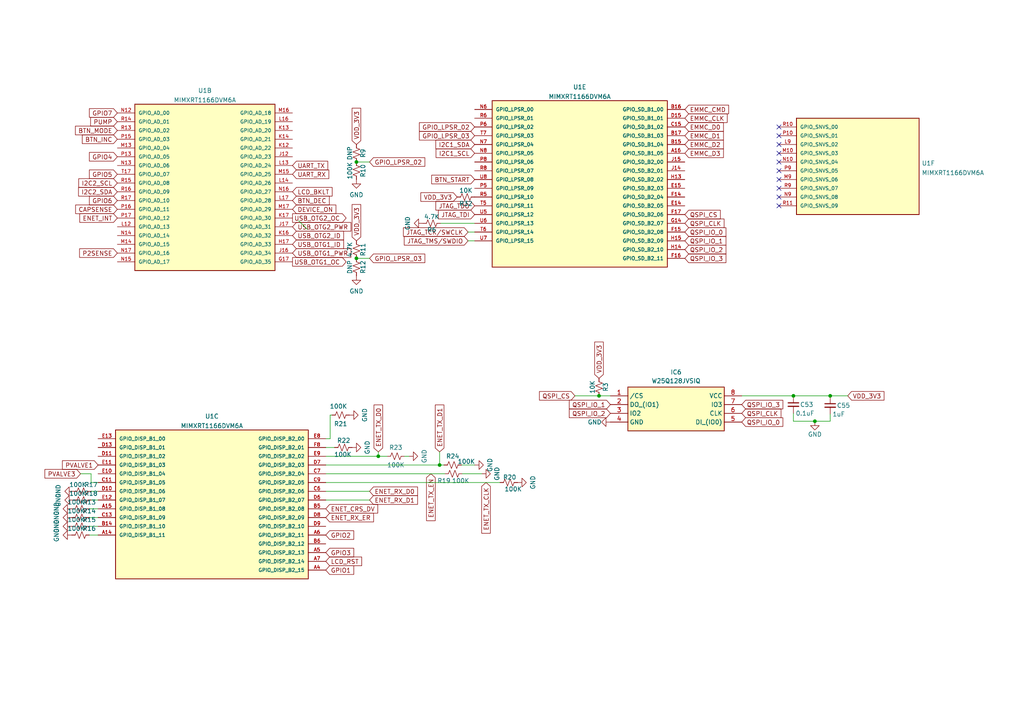
<source format=kicad_sch>
(kicad_sch (version 20230121) (generator eeschema)
  (paper "A4")
  (lib_symbols
    (symbol "Device:C_Small" (pin_numbers hide) (pin_names (offset 0.254) hide)
      (property "Reference" "C" (at 0.254 1.778 0))
      (property "Value" "C_Small" (at 0.254 -2.032 0))
      (symbol "C_Small_0_1"
        (polyline (pts (xy -1.524 -0.508) (xy 1.524 -0.508)) (stroke (width 0.3302)))
        (polyline (pts (xy -1.524 0.508) (xy 1.524 0.508)) (stroke (width 0.3048)))
      )
      (symbol "C_Small_1_1"
        (pin passive line (at 0 2.54 270) (length 2.032) (name "~") (number "1"))
        (pin passive line (at 0 -2.54 90) (length 2.032) (name "~") (number "2"))
      )
    )
    (symbol "Device:R_Small_US" (pin_numbers hide) (pin_names (offset 0.254) hide)
      (property "Reference" "R" (at 0.762 0.508 0))
      (property "Value" "R_Small_US" (at 0.762 -1.016 0))
      (symbol "R_Small_US_1_1"
        (polyline (pts (xy 0 0) (xy 1.016 -0.381) (xy 0 -0.762) (xy -1.016 -1.143) (xy 0 -1.524)))
        (polyline (pts (xy 0 1.524) (xy 1.016 1.143) (xy 0 0.762) (xy -1.016 0.381) (xy 0 0)))
        (pin passive line (at 0 2.54 270) (length 1.016) (name "~") (number "1"))
        (pin passive line (at 0 -2.54 90) (length 1.016) (name "~") (number "2"))
      )
    )
    (symbol "MIMXRT1166DVM6A:MIMXRT1166DVM6A" (pin_names (offset 1.016))
      (property "Reference" "U" (at -27.94 41.91 0))
      (property "Value" "MIMXRT1166DVM6A" (at -27.94 -41.91 0))
      (symbol "MIMXRT1166DVM6A_1_0"
        (rectangle (start -27.94 -40.64) (end 27.94 40.64) (stroke (width 0.254)) (fill (type background)))
        (pin power_in line (at 33.02 -38.1 180) (length 5.08) (name "VSS") (number "A1"))
        (pin power_in line (at 33.02 -38.1 180) (length 5.08) (name "VSS") (number "A17"))
        (pin power_in line (at 33.02 -38.1 180) (length 5.08) (name "VSS") (number "B7"))
        (pin power_in line (at 33.02 -38.1 180) (length 5.08) (name "VSS") (number "C10"))
        (pin power_in line (at 33.02 -38.1 180) (length 5.08) (name "VSS") (number "C12"))
        (pin power_in line (at 33.02 -38.1 180) (length 5.08) (name "VSS") (number "C14"))
        (pin power_in line (at 33.02 -38.1 180) (length 5.08) (name "VSS") (number "C8"))
        (pin power_in line (at 33.02 35.56 180) (length 5.08) (name "NVCC_DISP1") (number "D12"))
        (pin power_in line (at 33.02 20.32 180) (length 5.08) (name "NVCC_SD1") (number "D14"))
        (pin power_in line (at 33.02 -38.1 180) (length 5.08) (name "VSS") (number "D4"))
        (pin power_in line (at 33.02 33.02 180) (length 5.08) (name "NVCC_DISP2") (number "E7"))
        (pin power_in line (at 33.02 5.08 180) (length 5.08) (name "VDD_MIPI_1P0") (number "F10"))
        (pin power_in line (at 33.02 -38.1 180) (length 5.08) (name "VSS") (number "F11"))
        (pin power_in line (at 33.02 -38.1 180) (length 5.08) (name "VSS") (number "F12"))
        (pin power_in line (at 33.02 -38.1 180) (length 5.08) (name "VSS") (number "F13"))
        (pin power_in line (at 33.02 30.48 180) (length 5.08) (name "NVCC_EMC1") (number "F6"))
        (pin power_in line (at 33.02 30.48 180) (length 5.08) (name "NVCC_EMC1") (number "F7"))
        (pin power_in line (at 33.02 2.54 180) (length 5.08) (name "VDD_MIPI_1P8") (number "F9"))
        (pin power_in line (at 33.02 -38.1 180) (length 5.08) (name "VSS") (number "G10"))
        (pin power_in line (at 33.02 -38.1 180) (length 5.08) (name "VSS") (number "G11"))
        (pin power_in line (at 33.02 -12.7 180) (length 5.08) (name "VDD_USB_3P3") (number "G12"))
        (pin power_in line (at 33.02 17.78 180) (length 5.08) (name "NVCC_SD2") (number "G13"))
        (pin power_in line (at 33.02 -38.1 180) (length 5.08) (name "VSS") (number "G15"))
        (pin power_in line (at 33.02 38.1 180) (length 5.08) (name "ADC_VREFH") (number "G16"))
        (pin power_in line (at 33.02 -38.1 180) (length 5.08) (name "VSS") (number "G3"))
        (pin power_in line (at 33.02 30.48 180) (length 5.08) (name "NVCC_EMC1") (number "G6"))
        (pin power_in line (at 33.02 -38.1 180) (length 5.08) (name "VSS") (number "G7"))
        (pin power_in line (at 33.02 -38.1 180) (length 5.08) (name "VSS") (number "G8"))
        (pin power_in line (at 33.02 -38.1 180) (length 5.08) (name "VSS") (number "G9"))
        (pin power_in line (at 33.02 -7.62 180) (length 5.08) (name "VDD_SOC_IN") (number "H10"))
        (pin power_in line (at 33.02 -38.1 180) (length 5.08) (name "VSS") (number "H11"))
        (pin power_in line (at 33.02 -10.16 180) (length 5.08) (name "VDD_USB_1P8") (number "H12"))
        (pin power_in line (at 33.02 27.94 180) (length 5.08) (name "NVCC_EMC2") (number "H6"))
        (pin power_in line (at 33.02 -38.1 180) (length 5.08) (name "VSS") (number "H7"))
        (pin power_in line (at 33.02 -7.62 180) (length 5.08) (name "VDD_SOC_IN") (number "H8"))
        (pin power_in line (at 33.02 -7.62 180) (length 5.08) (name "VDD_SOC_IN") (number "H9"))
        (pin power_in line (at 33.02 -7.62 180) (length 5.08) (name "VDD_SOC_IN") (number "J10"))
        (pin power_in line (at 33.02 -38.1 180) (length 5.08) (name "VSS") (number "J11"))
        (pin power_in line (at 33.02 -22.86 180) (length 5.08) (name "VDDA_ADC_3P3") (number "J13"))
        (pin power_in line (at 33.02 27.94 180) (length 5.08) (name "NVCC_EMC2") (number "J6"))
        (pin power_in line (at 33.02 -38.1 180) (length 5.08) (name "VSS") (number "J7"))
        (pin power_in line (at 33.02 -7.62 180) (length 5.08) (name "VDD_SOC_IN") (number "J8"))
        (pin power_in line (at 33.02 -7.62 180) (length 5.08) (name "VDD_SOC_IN") (number "J9"))
        (pin power_in line (at 33.02 -7.62 180) (length 5.08) (name "VDD_SOC_IN") (number "K10"))
        (pin power_in line (at 33.02 -38.1 180) (length 5.08) (name "VSS") (number "K11"))
        (pin power_in line (at 33.02 -20.32 180) (length 5.08) (name "VDDA_ADC_1P8") (number "K15"))
        (pin power_in line (at 33.02 -35.56 180) (length 5.08) (name "DCDC_GND") (number "K6"))
        (pin power_in line (at 33.02 -35.56 180) (length 5.08) (name "DCDC_GND") (number "K7"))
        (pin power_in line (at 33.02 -38.1 180) (length 5.08) (name "VSS") (number "L10"))
        (pin power_in line (at 33.02 -38.1 180) (length 5.08) (name "VSS") (number "L11"))
        (pin power_in line (at 33.02 -38.1 180) (length 5.08) (name "VSS") (number "L15"))
        (pin power_in line (at 33.02 -38.1 180) (length 5.08) (name "VSS") (number "L3"))
        (pin power_in line (at 33.02 -35.56 180) (length 5.08) (name "DCDC_GND") (number "L6"))
        (pin power_in line (at 33.02 -17.78 180) (length 5.08) (name "VDDA_1P8_IN") (number "M11"))
        (pin power_in line (at 33.02 25.4 180) (length 5.08) (name "NVCC_GPIO") (number "M12"))
        (pin power_in line (at 33.02 -15.24 180) (length 5.08) (name "VDDA_1P0") (number "N11"))
        (pin input line (at -33.02 -27.94 0) (length 5.08) (name "DCDC_MODE") (number "N4"))
        (pin power_in line (at 33.02 10.16 180) (length 5.08) (name "VDD_LPSR_DIG") (number "P11"))
        (pin power_in line (at 33.02 12.7 180) (length 5.08) (name "VDD_LPSR_ANA") (number "P12"))
        (pin power_in line (at 33.02 -38.1 180) (length 5.08) (name "VSS") (number "P14"))
        (pin input line (at -33.02 -30.48 0) (length 5.08) (name "DCDC_PSWITCH") (number "P3"))
        (pin power_in line (at 33.02 -38.1 180) (length 5.08) (name "VSS") (number "P4"))
        (pin power_in line (at 33.02 22.86 180) (length 5.08) (name "NVCC_LPSR") (number "P7"))
        (pin power_in line (at 33.02 7.62 180) (length 5.08) (name "VDD_LPSR_IN") (number "R12"))
        (pin power_in line (at 33.02 -38.1 180) (length 5.08) (name "VSS") (number "R4"))
        (pin power_in line (at 33.02 -38.1 180) (length 5.08) (name "VSS") (number "R7"))
        (pin power_in line (at 33.02 -38.1 180) (length 5.08) (name "VSS") (number "T12"))
        (pin power_in line (at 33.02 -2.54 180) (length 5.08) (name "VDD_SNVS_DIG") (number "T14"))
        (pin power_in line (at 33.02 -38.1 180) (length 5.08) (name "VSS") (number "U1"))
        (pin power_in line (at 33.02 15.24 180) (length 5.08) (name "NVCC_SNVS") (number "U11"))
        (pin power_in line (at 33.02 -5.08 180) (length 5.08) (name "VDD_SNVS_IN") (number "U12"))
        (pin power_in line (at 33.02 0 180) (length 5.08) (name "VDD_SNVS_ANA") (number "U14"))
        (pin power_in line (at 33.02 -38.1 180) (length 5.08) (name "VSS") (number "U17"))
      )
      (symbol "MIMXRT1166DVM6A_2_0"
        (rectangle (start -20.32 -25.4) (end 20.32 22.86) (stroke (width 0.254)) (fill (type background)))
        (pin bidirectional line (at 25.4 -22.86 180) (length 5.08) (name "GPIO_AD_35") (number "G17"))
        (pin bidirectional line (at 25.4 -17.78 180) (length 5.08) (name "GPIO_AD_33") (number "H17"))
        (pin bidirectional line (at 25.4 7.62 180) (length 5.08) (name "GPIO_AD_23") (number "J12"))
        (pin bidirectional line (at 25.4 -20.32 180) (length 5.08) (name "GPIO_AD_34") (number "J16"))
        (pin bidirectional line (at 25.4 -12.7 180) (length 5.08) (name "GPIO_AD_31") (number "J17"))
        (pin bidirectional line (at 25.4 10.16 180) (length 5.08) (name "GPIO_AD_22") (number "K12"))
        (pin bidirectional line (at 25.4 15.24 180) (length 5.08) (name "GPIO_AD_20") (number "K13"))
        (pin bidirectional line (at 25.4 12.7 180) (length 5.08) (name "GPIO_AD_21") (number "K14"))
        (pin bidirectional line (at 25.4 -15.24 180) (length 5.08) (name "GPIO_AD_32") (number "K16"))
        (pin bidirectional line (at 25.4 -10.16 180) (length 5.08) (name "GPIO_AD_30") (number "K17"))
        (pin bidirectional line (at -25.4 -12.7 0) (length 5.08) (name "GPIO_AD_13") (number "L12"))
        (pin bidirectional line (at 25.4 5.08 180) (length 5.08) (name "GPIO_AD_24") (number "L13"))
        (pin bidirectional line (at 25.4 0 180) (length 5.08) (name "GPIO_AD_26") (number "L14"))
        (pin bidirectional line (at 25.4 17.78 180) (length 5.08) (name "GPIO_AD_19") (number "L16"))
        (pin bidirectional line (at 25.4 -5.08 180) (length 5.08) (name "GPIO_AD_28") (number "L17"))
        (pin bidirectional line (at -25.4 10.16 0) (length 5.08) (name "GPIO_AD_04") (number "M13"))
        (pin bidirectional line (at -25.4 -17.78 0) (length 5.08) (name "GPIO_AD_15") (number "M14"))
        (pin bidirectional line (at 25.4 2.54 180) (length 5.08) (name "GPIO_AD_25") (number "M15"))
        (pin bidirectional line (at 25.4 20.32 180) (length 5.08) (name "GPIO_AD_18") (number "M16"))
        (pin bidirectional line (at 25.4 -7.62 180) (length 5.08) (name "GPIO_AD_29") (number "M17"))
        (pin bidirectional line (at -25.4 20.32 0) (length 5.08) (name "GPIO_AD_00") (number "N12"))
        (pin bidirectional line (at -25.4 5.08 0) (length 5.08) (name "GPIO_AD_06") (number "N13"))
        (pin bidirectional line (at -25.4 -15.24 0) (length 5.08) (name "GPIO_AD_14") (number "N14"))
        (pin bidirectional line (at -25.4 -22.86 0) (length 5.08) (name "GPIO_AD_17") (number "N15"))
        (pin bidirectional line (at 25.4 -2.54 180) (length 5.08) (name "GPIO_AD_27") (number "N16"))
        (pin bidirectional line (at -25.4 -20.32 0) (length 5.08) (name "GPIO_AD_16") (number "N17"))
        (pin bidirectional line (at -25.4 7.62 0) (length 5.08) (name "GPIO_AD_05") (number "P13"))
        (pin bidirectional line (at -25.4 12.7 0) (length 5.08) (name "GPIO_AD_03") (number "P15"))
        (pin bidirectional line (at -25.4 -7.62 0) (length 5.08) (name "GPIO_AD_11") (number "P16"))
        (pin bidirectional line (at -25.4 -10.16 0) (length 5.08) (name "GPIO_AD_12") (number "P17"))
        (pin bidirectional line (at -25.4 15.24 0) (length 5.08) (name "GPIO_AD_02") (number "R13"))
        (pin bidirectional line (at -25.4 17.78 0) (length 5.08) (name "GPIO_AD_01") (number "R14"))
        (pin bidirectional line (at -25.4 0 0) (length 5.08) (name "GPIO_AD_08") (number "R15"))
        (pin bidirectional line (at -25.4 -2.54 0) (length 5.08) (name "GPIO_AD_09") (number "R16"))
        (pin bidirectional line (at -25.4 -5.08 0) (length 5.08) (name "GPIO_AD_10") (number "R17"))
        (pin bidirectional line (at -25.4 2.54 0) (length 5.08) (name "GPIO_AD_07") (number "T17"))
      )
      (symbol "MIMXRT1166DVM6A_3_0"
        (rectangle (start -27.94 -22.86) (end 27.94 20.32) (stroke (width 0.254)) (fill (type background)))
        (pin bidirectional line (at -33.02 -10.16 0) (length 5.08) (name "GPIO_DISP_B1_11") (number "A14"))
        (pin bidirectional line (at -33.02 -2.54 0) (length 5.08) (name "GPIO_DISP_B1_08") (number "A15"))
        (pin bidirectional line (at 33.02 -20.32 180) (length 5.08) (name "GPIO_DISP_B2_15") (number "A4"))
        (pin bidirectional line (at 33.02 -15.24 180) (length 5.08) (name "GPIO_DISP_B2_13") (number "A5"))
        (pin bidirectional line (at 33.02 -10.16 180) (length 5.08) (name "GPIO_DISP_B2_11") (number "A6"))
        (pin bidirectional line (at 33.02 -17.78 180) (length 5.08) (name "GPIO_DISP_B2_14") (number "A7"))
        (pin bidirectional line (at -33.02 -7.62 0) (length 5.08) (name "GPIO_DISP_B1_10") (number "B14"))
        (pin bidirectional line (at 33.02 -2.54 180) (length 5.08) (name "GPIO_DISP_B2_08") (number "B5"))
        (pin bidirectional line (at 33.02 -12.7 180) (length 5.08) (name "GPIO_DISP_B2_12") (number "B6"))
        (pin bidirectional line (at -33.02 5.08 0) (length 5.08) (name "GPIO_DISP_B1_05") (number "C11"))
        (pin bidirectional line (at -33.02 -5.08 0) (length 5.08) (name "GPIO_DISP_B1_09") (number "C13"))
        (pin bidirectional line (at 33.02 2.54 180) (length 5.08) (name "GPIO_DISP_B2_06") (number "C6"))
        (pin bidirectional line (at 33.02 7.62 180) (length 5.08) (name "GPIO_DISP_B2_04") (number "C7"))
        (pin bidirectional line (at 33.02 5.08 180) (length 5.08) (name "GPIO_DISP_B2_05") (number "C9"))
        (pin bidirectional line (at -33.02 2.54 0) (length 5.08) (name "GPIO_DISP_B1_06") (number "D10"))
        (pin bidirectional line (at -33.02 12.7 0) (length 5.08) (name "GPIO_DISP_B1_02") (number "D11"))
        (pin bidirectional line (at -33.02 15.24 0) (length 5.08) (name "GPIO_DISP_B1_01") (number "D13"))
        (pin bidirectional line (at 33.02 0 180) (length 5.08) (name "GPIO_DISP_B2_07") (number "D6"))
        (pin bidirectional line (at 33.02 10.16 180) (length 5.08) (name "GPIO_DISP_B2_03") (number "D7"))
        (pin bidirectional line (at 33.02 -5.08 180) (length 5.08) (name "GPIO_DISP_B2_09") (number "D8"))
        (pin bidirectional line (at 33.02 -7.62 180) (length 5.08) (name "GPIO_DISP_B2_10") (number "D9"))
        (pin bidirectional line (at -33.02 7.62 0) (length 5.08) (name "GPIO_DISP_B1_04") (number "E10"))
        (pin bidirectional line (at -33.02 10.16 0) (length 5.08) (name "GPIO_DISP_B1_03") (number "E11"))
        (pin bidirectional line (at -33.02 0 0) (length 5.08) (name "GPIO_DISP_B1_07") (number "E12"))
        (pin bidirectional line (at -33.02 17.78 0) (length 5.08) (name "GPIO_DISP_B1_00") (number "E13"))
        (pin bidirectional line (at 33.02 17.78 180) (length 5.08) (name "GPIO_DISP_B2_00") (number "E8"))
        (pin bidirectional line (at 33.02 12.7 180) (length 5.08) (name "GPIO_DISP_B2_02") (number "E9"))
        (pin bidirectional line (at 33.02 15.24 180) (length 5.08) (name "GPIO_DISP_B2_01") (number "F8"))
      )
      (symbol "MIMXRT1166DVM6A_4_0"
        (rectangle (start -27.94 -43.18) (end 27.94 40.64) (stroke (width 0.254)) (fill (type background)))
        (pin bidirectional line (at -33.02 12.7 0) (length 5.08) (name "GPIO_EMC_B1_10") (number "A2"))
        (pin bidirectional line (at -33.02 15.24 0) (length 5.08) (name "GPIO_EMC_B1_09") (number "A3"))
        (pin bidirectional line (at -33.02 2.54 0) (length 5.08) (name "GPIO_EMC_B1_14") (number "B1"))
        (pin bidirectional line (at -33.02 -20.32 0) (length 5.08) (name "GPIO_EMC_B1_23") (number "B2"))
        (pin bidirectional line (at -33.02 -5.08 0) (length 5.08) (name "GPIO_EMC_B1_17") (number "B3"))
        (pin bidirectional line (at -33.02 -7.62 0) (length 5.08) (name "GPIO_EMC_B1_18") (number "B4"))
        (pin bidirectional line (at -33.02 0 0) (length 5.08) (name "GPIO_EMC_B1_15") (number "C1"))
        (pin bidirectional line (at -33.02 10.16 0) (length 5.08) (name "GPIO_EMC_B1_11") (number "C2"))
        (pin bidirectional line (at -33.02 -12.7 0) (length 5.08) (name "GPIO_EMC_B1_20") (number "C3"))
        (pin bidirectional line (at -33.02 -10.16 0) (length 5.08) (name "GPIO_EMC_B1_19") (number "C4"))
        (pin bidirectional line (at -33.02 7.62 0) (length 5.08) (name "GPIO_EMC_B1_12") (number "C5"))
        (pin bidirectional line (at 33.02 38.1 180) (length 5.08) (name "GPIO_EMC_B1_32") (number "D1"))
        (pin bidirectional line (at -33.02 -40.64 0) (length 5.08) (name "GPIO_EMC_B1_31") (number "D2"))
        (pin bidirectional line (at -33.02 -2.54 0) (length 5.08) (name "GPIO_EMC_B1_16") (number "D3"))
        (pin bidirectional line (at -33.02 5.08 0) (length 5.08) (name "GPIO_EMC_B1_13") (number "D5"))
        (pin bidirectional line (at 33.02 33.02 180) (length 5.08) (name "GPIO_EMC_B1_34") (number "E1"))
        (pin bidirectional line (at 33.02 35.56 180) (length 5.08) (name "GPIO_EMC_B1_33") (number "E2"))
        (pin bidirectional line (at -33.02 -38.1 0) (length 5.08) (name "GPIO_EMC_B1_30") (number "E3"))
        (pin bidirectional line (at -33.02 30.48 0) (length 5.08) (name "GPIO_EMC_B1_03") (number "E4"))
        (pin bidirectional line (at -33.02 -33.02 0) (length 5.08) (name "GPIO_EMC_B1_28") (number "E5"))
        (pin bidirectional line (at -33.02 -35.56 0) (length 5.08) (name "GPIO_EMC_B1_29") (number "E6"))
        (pin bidirectional line (at 33.02 30.48 180) (length 5.08) (name "GPIO_EMC_B1_35") (number "F1"))
        (pin bidirectional line (at -33.02 35.56 0) (length 5.08) (name "GPIO_EMC_B1_01") (number "F2"))
        (pin bidirectional line (at -33.02 38.1 0) (length 5.08) (name "GPIO_EMC_B1_00") (number "F3"))
        (pin bidirectional line (at -33.02 25.4 0) (length 5.08) (name "GPIO_EMC_B1_05") (number "F4"))
        (pin bidirectional line (at -33.02 17.78 0) (length 5.08) (name "GPIO_EMC_B1_08") (number "F5"))
        (pin bidirectional line (at 33.02 27.94 180) (length 5.08) (name "GPIO_EMC_B1_36") (number "G1"))
        (pin bidirectional line (at -33.02 -15.24 0) (length 5.08) (name "GPIO_EMC_B1_21") (number "G2"))
        (pin bidirectional line (at -33.02 33.02 0) (length 5.08) (name "GPIO_EMC_B1_02") (number "G4"))
        (pin bidirectional line (at -33.02 -30.48 0) (length 5.08) (name "GPIO_EMC_B1_27") (number "G5"))
        (pin bidirectional line (at 33.02 25.4 180) (length 5.08) (name "GPIO_EMC_B1_37") (number "H1"))
        (pin bidirectional line (at -33.02 -17.78 0) (length 5.08) (name "GPIO_EMC_B1_22") (number "H2"))
        (pin bidirectional line (at -33.02 20.32 0) (length 5.08) (name "GPIO_EMC_B1_07") (number "H3"))
        (pin bidirectional line (at -33.02 22.86 0) (length 5.08) (name "GPIO_EMC_B1_06") (number "H4"))
        (pin bidirectional line (at -33.02 27.94 0) (length 5.08) (name "GPIO_EMC_B1_04") (number "H5"))
        (pin bidirectional line (at 33.02 22.86 180) (length 5.08) (name "GPIO_EMC_B1_38") (number "J1"))
        (pin bidirectional line (at 33.02 20.32 180) (length 5.08) (name "GPIO_EMC_B1_39") (number "J2"))
        (pin bidirectional line (at -33.02 -27.94 0) (length 5.08) (name "GPIO_EMC_B1_26") (number "J3"))
        (pin bidirectional line (at -33.02 -25.4 0) (length 5.08) (name "GPIO_EMC_B1_25") (number "J4"))
        (pin bidirectional line (at -33.02 -22.86 0) (length 5.08) (name "GPIO_EMC_B1_24") (number "J5"))
        (pin bidirectional line (at 33.02 17.78 180) (length 5.08) (name "GPIO_EMC_B1_40") (number "K1"))
        (pin bidirectional line (at 33.02 12.7 180) (length 5.08) (name "GPIO_EMC_B2_00") (number "K2"))
        (pin bidirectional line (at 33.02 7.62 180) (length 5.08) (name "GPIO_EMC_B2_02") (number "K3"))
        (pin bidirectional line (at 33.02 10.16 180) (length 5.08) (name "GPIO_EMC_B2_01") (number "K4"))
        (pin bidirectional line (at 33.02 -20.32 180) (length 5.08) (name "GPIO_EMC_B2_13") (number "K5"))
        (pin bidirectional line (at 33.02 15.24 180) (length 5.08) (name "GPIO_EMC_B1_41") (number "L1"))
        (pin bidirectional line (at 33.02 -25.4 180) (length 5.08) (name "GPIO_EMC_B2_15") (number "L2"))
        (pin bidirectional line (at 33.02 -15.24 180) (length 5.08) (name "GPIO_EMC_B2_11") (number "L4"))
        (pin bidirectional line (at 33.02 2.54 180) (length 5.08) (name "GPIO_EMC_B2_04") (number "M1"))
        (pin bidirectional line (at 33.02 -17.78 180) (length 5.08) (name "GPIO_EMC_B2_12") (number "M2"))
        (pin bidirectional line (at 33.02 -5.08 180) (length 5.08) (name "GPIO_EMC_B2_07") (number "M3"))
        (pin bidirectional line (at 33.02 -22.86 180) (length 5.08) (name "GPIO_EMC_B2_14") (number "M4"))
        (pin bidirectional line (at 33.02 0 180) (length 5.08) (name "GPIO_EMC_B2_05") (number "N1"))
        (pin bidirectional line (at 33.02 -10.16 180) (length 5.08) (name "GPIO_EMC_B2_09") (number "N2"))
        (pin bidirectional line (at 33.02 -33.02 180) (length 5.08) (name "GPIO_EMC_B2_18") (number "N3"))
        (pin bidirectional line (at 33.02 -7.62 180) (length 5.08) (name "GPIO_EMC_B2_08") (number "P1"))
        (pin bidirectional line (at 33.02 -27.94 180) (length 5.08) (name "GPIO_EMC_B2_16") (number "P2"))
        (pin bidirectional line (at 33.02 5.08 180) (length 5.08) (name "GPIO_EMC_B2_03") (number "R1"))
        (pin bidirectional line (at 33.02 -12.7 180) (length 5.08) (name "GPIO_EMC_B2_10") (number "R2"))
        (pin bidirectional line (at 33.02 -38.1 180) (length 5.08) (name "GPIO_EMC_B2_20") (number "R3"))
        (pin bidirectional line (at 33.02 -2.54 180) (length 5.08) (name "GPIO_EMC_B2_06") (number "T1"))
        (pin bidirectional line (at 33.02 -30.48 180) (length 5.08) (name "GPIO_EMC_B2_17") (number "T2"))
        (pin bidirectional line (at 33.02 -35.56 180) (length 5.08) (name "GPIO_EMC_B2_19") (number "U2"))
      )
      (symbol "MIMXRT1166DVM6A_5_0"
        (rectangle (start -25.4 -25.4) (end 25.4 22.86) (stroke (width 0.254)) (fill (type background)))
        (pin bidirectional line (at 30.48 7.62 180) (length 5.08) (name "GPIO_SD_B1_05") (number "A16"))
        (pin bidirectional line (at 30.48 10.16 180) (length 5.08) (name "GPIO_SD_B1_04") (number "B15"))
        (pin bidirectional line (at 30.48 20.32 180) (length 5.08) (name "GPIO_SD_B1_00") (number "B16"))
        (pin bidirectional line (at 30.48 12.7 180) (length 5.08) (name "GPIO_SD_B1_03") (number "B17"))
        (pin bidirectional line (at 30.48 15.24 180) (length 5.08) (name "GPIO_SD_B1_02") (number "C15"))
        (pin bidirectional line (at 30.48 17.78 180) (length 5.08) (name "GPIO_SD_B1_01") (number "D15"))
        (pin bidirectional line (at 30.48 -7.62 180) (length 5.08) (name "GPIO_SD_B2_05") (number "E14"))
        (pin bidirectional line (at 30.48 -2.54 180) (length 5.08) (name "GPIO_SD_B2_03") (number "E15"))
        (pin bidirectional line (at 30.48 -5.08 180) (length 5.08) (name "GPIO_SD_B2_04") (number "F14"))
        (pin bidirectional line (at 30.48 -15.24 180) (length 5.08) (name "GPIO_SD_B2_08") (number "F15"))
        (pin bidirectional line (at 30.48 -22.86 180) (length 5.08) (name "GPIO_SD_B2_11") (number "F16"))
        (pin bidirectional line (at 30.48 -10.16 180) (length 5.08) (name "GPIO_SD_B2_06") (number "F17"))
        (pin bidirectional line (at 30.48 -12.7 180) (length 5.08) (name "GPIO_SD_B2_07") (number "G14"))
        (pin bidirectional line (at 30.48 0 180) (length 5.08) (name "GPIO_SD_B2_02") (number "H13"))
        (pin bidirectional line (at 30.48 -20.32 180) (length 5.08) (name "GPIO_SD_B2_10") (number "H14"))
        (pin bidirectional line (at 30.48 -17.78 180) (length 5.08) (name "GPIO_SD_B2_09") (number "H15"))
        (pin bidirectional line (at 30.48 2.54 180) (length 5.08) (name "GPIO_SD_B2_01") (number "J14"))
        (pin bidirectional line (at 30.48 5.08 180) (length 5.08) (name "GPIO_SD_B2_00") (number "J15"))
        (pin bidirectional line (at -30.48 20.32 0) (length 5.08) (name "GPIO_LPSR_00") (number "N6"))
        (pin bidirectional line (at -30.48 10.16 0) (length 5.08) (name "GPIO_LPSR_04") (number "N7"))
        (pin bidirectional line (at -30.48 7.62 0) (length 5.08) (name "GPIO_LPSR_05") (number "N8"))
        (pin bidirectional line (at -30.48 -2.54 0) (length 5.08) (name "GPIO_LPSR_09") (number "P5"))
        (pin bidirectional line (at -30.48 15.24 0) (length 5.08) (name "GPIO_LPSR_02") (number "P6"))
        (pin bidirectional line (at -30.48 5.08 0) (length 5.08) (name "GPIO_LPSR_06") (number "P8"))
        (pin bidirectional line (at -30.48 -5.08 0) (length 5.08) (name "GPIO_LPSR_10") (number "R5"))
        (pin bidirectional line (at -30.48 17.78 0) (length 5.08) (name "GPIO_LPSR_01") (number "R6"))
        (pin bidirectional line (at -30.48 2.54 0) (length 5.08) (name "GPIO_LPSR_07") (number "R8"))
        (pin bidirectional line (at -30.48 -7.62 0) (length 5.08) (name "GPIO_LPSR_11") (number "T5"))
        (pin bidirectional line (at -30.48 -15.24 0) (length 5.08) (name "GPIO_LPSR_14") (number "T6"))
        (pin bidirectional line (at -30.48 12.7 0) (length 5.08) (name "GPIO_LPSR_03") (number "T7"))
        (pin bidirectional line (at -30.48 -10.16 0) (length 5.08) (name "GPIO_LPSR_12") (number "U5"))
        (pin bidirectional line (at -30.48 -12.7 0) (length 5.08) (name "GPIO_LPSR_13") (number "U6"))
        (pin bidirectional line (at -30.48 -17.78 0) (length 5.08) (name "GPIO_LPSR_15") (number "U7"))
        (pin bidirectional line (at -30.48 0 0) (length 5.08) (name "GPIO_LPSR_08") (number "U8"))
      )
      (symbol "MIMXRT1166DVM6A_6_0"
        (rectangle (start -17.78 -15.24) (end 17.78 12.7) (stroke (width 0.254)) (fill (type background)))
        (pin bidirectional line (at -22.86 5.08 0) (length 5.08) (name "GPIO_SNVS_02") (number "L9"))
        (pin bidirectional line (at -22.86 2.54 0) (length 5.08) (name "GPIO_SNVS_03") (number "M10"))
        (pin bidirectional line (at -22.86 -5.08 0) (length 5.08) (name "GPIO_SNVS_06") (number "M9"))
        (pin bidirectional line (at -22.86 0 0) (length 5.08) (name "GPIO_SNVS_04") (number "N10"))
        (pin bidirectional line (at -22.86 -10.16 0) (length 5.08) (name "GPIO_SNVS_08") (number "N9"))
        (pin bidirectional line (at -22.86 7.62 0) (length 5.08) (name "GPIO_SNVS_01") (number "P10"))
        (pin bidirectional line (at -22.86 -2.54 0) (length 5.08) (name "GPIO_SNVS_05") (number "P9"))
        (pin bidirectional line (at -22.86 10.16 0) (length 5.08) (name "GPIO_SNVS_00") (number "R10"))
        (pin bidirectional line (at -22.86 -12.7 0) (length 5.08) (name "GPIO_SNVS_09") (number "R11"))
        (pin bidirectional line (at -22.86 -7.62 0) (length 5.08) (name "GPIO_SNVS_07") (number "R9"))
      )
      (symbol "MIMXRT1166DVM6A_7_0"
        (rectangle (start -25.4 -33.02) (end 25.4 33.02) (stroke (width 0.254)) (fill (type background)))
        (pin bidirectional line (at -30.48 -27.94 0) (length 5.08) (name "MIPI_DSI_DN1") (number "A10"))
        (pin bidirectional line (at -30.48 -7.62 0) (length 5.08) (name "MIPI_CSI_DN0") (number "A11"))
        (pin bidirectional line (at -30.48 -2.54 0) (length 5.08) (name "MIPI_CSI_CKN") (number "A12"))
        (pin bidirectional line (at -30.48 -12.7 0) (length 5.08) (name "MIPI_CSI_DN1") (number "A13"))
        (pin bidirectional line (at -30.48 -22.86 0) (length 5.08) (name "MIPI_DSI_DN0") (number "A8"))
        (pin bidirectional line (at -30.48 -17.78 0) (length 5.08) (name "MIPI_DSI_CKN") (number "A9"))
        (pin bidirectional line (at -30.48 -30.48 0) (length 5.08) (name "MIPI_DSI_DP1") (number "B10"))
        (pin bidirectional line (at -30.48 -10.16 0) (length 5.08) (name "MIPI_CSI_DP0") (number "B11"))
        (pin bidirectional line (at -30.48 -5.08 0) (length 5.08) (name "MIPI_CSI_CKP") (number "B12"))
        (pin bidirectional line (at -30.48 -15.24 0) (length 5.08) (name "MIPI_CSI_DP1") (number "B13"))
        (pin bidirectional line (at -30.48 -25.4 0) (length 5.08) (name "MIPI_DSI_DP0") (number "B8"))
        (pin bidirectional line (at -30.48 -20.32 0) (length 5.08) (name "MIPI_DSI_CKP") (number "B9"))
        (pin bidirectional line (at 30.48 -15.24 180) (length 5.08) (name "USB2_DN") (number "C16"))
        (pin bidirectional line (at 30.48 -12.7 180) (length 5.08) (name "USB2_DP") (number "C17"))
        (pin bidirectional line (at 30.48 0 180) (length 5.08) (name "USB2_VBUS") (number "D16"))
        (pin bidirectional line (at 30.48 2.54 180) (length 5.08) (name "USB1_VBUS") (number "D17"))
        (pin bidirectional line (at 30.48 -7.62 180) (length 5.08) (name "USB1_DN") (number "E16"))
        (pin bidirectional line (at 30.48 -5.08 180) (length 5.08) (name "USB1_DP") (number "E17"))
        (pin bidirectional line (at 30.48 30.48 180) (length 5.08) (name "DAC_OUT") (number "H16"))
        (pin bidirectional line (at 30.48 22.86 180) (length 5.08) (name "DCDC_DIG") (number "K8"))
        (pin bidirectional line (at 30.48 22.86 180) (length 5.08) (name "DCDC_DIG") (number "K9"))
        (pin bidirectional line (at 30.48 15.24 180) (length 5.08) (name "DCDC_IN_Q") (number "L5"))
        (pin bidirectional line (at 30.48 20.32 180) (length 5.08) (name "DCDC_DIG_SENSE") (number "L7"))
        (pin bidirectional line (at 30.48 22.86 180) (length 5.08) (name "DCDC_DIG") (number "L8"))
        (pin bidirectional line (at 30.48 17.78 180) (length 5.08) (name "DCDC_IN") (number "M5"))
        (pin bidirectional line (at 30.48 25.4 180) (length 5.08) (name "DCDC_ANA_SENSE") (number "M6"))
        (pin bidirectional line (at 30.48 27.94 180) (length 5.08) (name "DCDC_ANA") (number "M7"))
        (pin bidirectional line (at 30.48 27.94 180) (length 5.08) (name "DCDC_ANA") (number "M8"))
        (pin bidirectional line (at 30.48 17.78 180) (length 5.08) (name "DCDC_IN") (number "N5"))
        (pin bidirectional line (at -30.48 20.32 0) (length 5.08) (name "POR_B") (number "T10"))
        (pin input line (at -30.48 7.62 0) (length 5.08) (name "TEST_MODE") (number "T11"))
        (pin input line (at -30.48 15.24 0) (length 5.08) (name "RTC_XTALI") (number "T13"))
        (pin bidirectional line (at 30.48 -27.94 180) (length 5.08) (name "CLK1_N") (number "T15"))
        (pin bidirectional line (at 30.48 -22.86 180) (length 5.08) (name "XTALO") (number "T16"))
        (pin bidirectional line (at 30.48 10.16 180) (length 5.08) (name "DCDC_LP") (number "T3"))
        (pin bidirectional line (at 30.48 12.7 180) (length 5.08) (name "DCDC_LN") (number "T4"))
        (pin bidirectional line (at -30.48 2.54 0) (length 5.08) (name "WAKEUP") (number "T8"))
        (pin bidirectional line (at -30.48 22.86 0) (length 5.08) (name "PMIC_STBY_REQ") (number "T9"))
        (pin bidirectional line (at -30.48 30.48 0) (length 5.08) (name "ONOFF") (number "U10"))
        (pin output line (at -30.48 12.7 0) (length 5.08) (name "RTC_XTALO") (number "U13"))
        (pin bidirectional line (at 30.48 -30.48 180) (length 5.08) (name "CLK1_P") (number "U15"))
        (pin bidirectional line (at 30.48 -20.32 180) (length 5.08) (name "XTALI") (number "U16"))
        (pin bidirectional line (at 30.48 10.16 180) (length 5.08) (name "DCDC_LP") (number "U3"))
        (pin bidirectional line (at 30.48 12.7 180) (length 5.08) (name "DCDC_LN") (number "U4"))
        (pin bidirectional line (at -30.48 25.4 0) (length 5.08) (name "PMIC_ON_REQ") (number "U9"))
      )
    )
    (symbol "W25Q16JVSSIQ:W25Q16JVSSIQ"
      (property "Reference" "IC" (at 34.29 7.62 0))
      (property "Value" "W25Q16JVSSIQ" (at 34.29 5.08 0))
      (symbol "W25Q16JVSSIQ_1_1"
        (rectangle (start 5.08 2.54) (end 33.02 -10.16) (stroke (width 0.254)) (fill (type background)))
        (pin passive line (at 0 0 0) (length 5.08) (name "/CS") (number "1"))
        (pin passive line (at 0 -2.54 0) (length 5.08) (name "DO_(IO1)") (number "2"))
        (pin passive line (at 0 -5.08 0) (length 5.08) (name "IO2") (number "3"))
        (pin passive line (at 0 -7.62 0) (length 5.08) (name "GND") (number "4"))
        (pin passive line (at 38.1 -7.62 180) (length 5.08) (name "DI_(IO0)") (number "5"))
        (pin passive line (at 38.1 -5.08 180) (length 5.08) (name "CLK") (number "6"))
        (pin passive line (at 38.1 -2.54 180) (length 5.08) (name "IO3") (number "7"))
        (pin passive line (at 38.1 0 180) (length 5.08) (name "VCC") (number "8"))
      )
    )
    (symbol "power:GND" (power) (pin_names (offset 0))
      (property "Value" "GND" (at 0 -3.81 0))
      (symbol "GND_0_1"
        (polyline (pts (xy 0 0) (xy 0 -1.27) (xy 1.27 -1.27) (xy 0 -2.54) (xy -1.27 -1.27) (xy 0 -1.27)))
      )
      (symbol "GND_1_1"
        (pin power_in line (at 0 0 270) (length 0) hide (name "GND") (number "1"))
      )
    )
  )
  (junction (at 173.736 114.808))
  (junction (at 103.378 74.93))
  (junction (at 236.347 122.174))
  (junction (at 127.508 134.874))
  (junction (at 109.728 132.334))
  (junction (at 230.124 114.808))
  (junction (at 103.378 46.99))
  (junction (at 240.792 114.808))
  (no_connect (at 225.933 49.53))
  (no_connect (at 225.933 54.61))
  (no_connect (at 225.933 57.15))
  (no_connect (at 225.933 52.07))
  (no_connect (at 225.933 36.83))
  (no_connect (at 225.933 39.37))
  (no_connect (at 225.933 46.99))
  (no_connect (at 225.933 44.45))
  (no_connect (at 225.933 41.91))
  (no_connect (at 225.933 59.69))
  (bus_entry (at 86.614 64.008) (size 2.54 2.54))
  (wire (pts (xy 137.668 134.874) (xy 133.858 134.874)))
  (wire (pts (xy 230.124 114.808) (xy 240.792 114.808)))
  (wire (pts (xy 215.138 114.808) (xy 230.124 114.808)))
  (wire (pts (xy 135.763 69.85) (xy 137.668 69.85)))
  (wire (pts (xy 25.908 155.194) (xy 28.448 155.194)))
  (wire (pts (xy 135.763 67.31) (xy 137.668 67.31)))
  (wire (pts (xy 97.028 129.794) (xy 94.488 129.794)))
  (wire (pts (xy 25.908 152.654) (xy 28.448 152.654)))
  (wire (pts (xy 240.792 120.142) (xy 240.792 122.174)))
  (wire (pts (xy 95.758 120.396) (xy 95.758 127.254)))
  (wire (pts (xy 166.751 114.808) (xy 173.736 114.808)))
  (wire (pts (xy 26.416 145.034) (xy 28.448 145.034)))
  (wire (pts (xy 173.736 114.808) (xy 177.038 114.808)))
  (wire (pts (xy 240.792 114.808) (xy 245.872 114.808)))
  (wire (pts (xy 240.792 114.808) (xy 240.792 115.062)))
  (wire (pts (xy 26.416 139.954) (xy 26.416 137.414)))
  (wire (pts (xy 25.908 147.574) (xy 28.448 147.574)))
  (wire (pts (xy 230.124 122.174) (xy 236.347 122.174)))
  (wire (pts (xy 230.124 119.888) (xy 230.124 122.174)))
  (wire (pts (xy 28.448 139.954) (xy 26.416 139.954)))
  (wire (pts (xy 103.378 74.93) (xy 107.188 74.93)))
  (wire (pts (xy 103.378 46.99) (xy 107.188 46.99)))
  (wire (pts (xy 127.762 64.77) (xy 137.668 64.77)))
  (wire (pts (xy 26.416 142.494) (xy 28.448 142.494)))
  (wire (pts (xy 25.908 150.114) (xy 28.448 150.114)))
  (wire (pts (xy 94.488 139.954) (xy 145.034 139.954)))
  (wire (pts (xy 96.266 120.396) (xy 95.758 120.396)))
  (wire (pts (xy 112.268 132.334) (xy 109.728 132.334)))
  (wire (pts (xy 94.488 142.494) (xy 107.188 142.494)))
  (wire (pts (xy 127.508 131.064) (xy 127.508 134.874)))
  (wire (pts (xy 94.488 134.874) (xy 127.508 134.874)))
  (wire (pts (xy 95.758 127.254) (xy 94.488 127.254)))
  (wire (pts (xy 127.508 134.874) (xy 128.778 134.874)))
  (wire (pts (xy 109.728 131.064) (xy 109.728 132.334)))
  (wire (pts (xy 109.728 132.334) (xy 94.488 132.334)))
  (wire (pts (xy 139.7 137.414) (xy 134.112 137.414)))
  (wire (pts (xy 94.488 137.414) (xy 129.032 137.414)))
  (wire (pts (xy 118.618 132.334) (xy 117.348 132.334)))
  (wire (pts (xy 94.488 145.034) (xy 107.188 145.034)))
  (wire (pts (xy 26.416 137.414) (xy 23.368 137.414)))
  (wire (pts (xy 236.347 122.174) (xy 240.792 122.174)))
  (global_label "VDD_3V3" (shape input) (at 103.378 69.85 90) (property "Intersheetrefs" "${INTERSHEET_REFS}" (effects hide)))
  (global_label "QSPI_CS" (shape input) (at 198.628 62.23 0) (property "Intersheetrefs" "${INTERSHEET_REFS}" (effects hide)))
  (global_label "GPIO_LPSR_02" (shape input) (at 137.668 36.83 180) (property "Intersheetrefs" "${INTERSHEET_REFS}" (effects hide)))
  (global_label "GPIO6" (shape input) (at 34.036 58.166 180) (property "Intersheetrefs" "${INTERSHEET_REFS}" (effects hide)))
  (global_label "GPIO3" (shape input) (at 94.488 160.274 0) (property "Intersheetrefs" "${INTERSHEET_REFS}" (effects hide)))
  (global_label "GPIO_LPSR_03" (shape input) (at 107.188 74.93 0) (property "Intersheetrefs" "${INTERSHEET_REFS}" (effects hide)))
  (global_label "ENET_CRS_DV" (shape input) (at 94.488 147.574 0) (property "Intersheetrefs" "${INTERSHEET_REFS}" (effects hide)))
  (global_label "GPIO1" (shape input) (at 94.488 165.354 0) (property "Intersheetrefs" "${INTERSHEET_REFS}" (effects hide)))
  (global_label "QSPI_IO_3" (shape input) (at 215.138 117.348 0) (property "Intersheetrefs" "${INTERSHEET_REFS}" (effects hide)))
  (global_label "PVALVE1" (shape input) (at 28.448 134.874 180) (property "Intersheetrefs" "${INTERSHEET_REFS}" (effects hide)))
  (global_label "PVALVE3" (shape input) (at 23.368 137.414 180) (property "Intersheetrefs" "${INTERSHEET_REFS}" (effects hide)))
  (global_label "EMMC_CMD" (shape input) (at 198.628 31.75 0) (property "Intersheetrefs" "${INTERSHEET_REFS}" (effects hide)))
  (global_label "UART_RX" (shape input) (at 84.836 50.546 0) (property "Intersheetrefs" "${INTERSHEET_REFS}" (effects hide)))
  (global_label "I2C1_SDA" (shape input) (at 137.668 41.91 180) (property "Intersheetrefs" "${INTERSHEET_REFS}" (effects hide)))
  (global_label "GPIO_LPSR_03" (shape input) (at 137.668 39.37 180) (property "Intersheetrefs" "${INTERSHEET_REFS}" (effects hide)))
  (global_label "ENET_TX_D0" (shape input) (at 109.728 131.064 90) (property "Intersheetrefs" "${INTERSHEET_REFS}" (effects hide)))
  (global_label "JTAG_TMS{slash}SWDIO" (shape input) (at 135.763 69.85 180) (property "Intersheetrefs" "${INTERSHEET_REFS}" (effects hide)))
  (global_label "ENET_INT" (shape input) (at 34.036 63.246 180) (property "Intersheetrefs" "${INTERSHEET_REFS}" (effects hide)))
  (global_label "PUMP" (shape input) (at 34.036 35.306 180) (property "Intersheetrefs" "${INTERSHEET_REFS}" (effects hide)))
  (global_label "VDD_3V3" (shape input) (at 245.872 114.808 0) (property "Intersheetrefs" "${INTERSHEET_REFS}" (effects hide)))
  (global_label "P2SENSE" (shape input) (at 34.036 73.406 180) (property "Intersheetrefs" "${INTERSHEET_REFS}" (effects hide)))
  (global_label "QSPI_IO_0" (shape input) (at 198.628 67.31 0) (property "Intersheetrefs" "${INTERSHEET_REFS}" (effects hide)))
  (global_label "EMMC_D0" (shape input) (at 198.628 36.83 0) (property "Intersheetrefs" "${INTERSHEET_REFS}" (effects hide)))
  (global_label "USB_OTG1_OC" (shape output) (at 84.836 75.946 0) (property "Intersheetrefs" "${INTERSHEET_REFS}" (effects hide)))
  (global_label "JTAG_TDO" (shape input) (at 137.668 59.69 180) (property "Intersheetrefs" "${INTERSHEET_REFS}" (effects hide)))
  (global_label "EMMC_D2" (shape input) (at 198.628 41.91 0) (property "Intersheetrefs" "${INTERSHEET_REFS}" (effects hide)))
  (global_label "GPIO5" (shape input) (at 34.036 50.546 180) (property "Intersheetrefs" "${INTERSHEET_REFS}" (effects hide)))
  (global_label "EMMC_D1" (shape input) (at 198.628 39.37 0) (property "Intersheetrefs" "${INTERSHEET_REFS}" (effects hide)))
  (global_label "QSPI_CS" (shape input) (at 166.751 114.808 180) (property "Intersheetrefs" "${INTERSHEET_REFS}" (effects hide)))
  (global_label "UART_TX" (shape input) (at 84.836 48.006 0) (property "Intersheetrefs" "${INTERSHEET_REFS}" (effects hide)))
  (global_label "ENET_RX_D0" (shape input) (at 107.188 142.494 0) (property "Intersheetrefs" "${INTERSHEET_REFS}" (effects hide)))
  (global_label "USB_OTG2_ID" (shape input) (at 84.836 68.326 0) (property "Intersheetrefs" "${INTERSHEET_REFS}" (effects hide)))
  (global_label "VDD_3V3" (shape input) (at 132.588 57.15 180) (property "Intersheetrefs" "${INTERSHEET_REFS}" (effects hide)))
  (global_label "GPIO_LPSR_02" (shape input) (at 107.188 46.99 0) (property "Intersheetrefs" "${INTERSHEET_REFS}" (effects hide)))
  (global_label "LCD_BKLT" (shape input) (at 84.836 55.626 0) (property "Intersheetrefs" "${INTERSHEET_REFS}" (effects hide)))
  (global_label "ENET_RX_D1" (shape input) (at 107.188 145.034 0) (property "Intersheetrefs" "${INTERSHEET_REFS}" (effects hide)))
  (global_label "QSPI_IO_2" (shape input) (at 198.628 72.39 0) (property "Intersheetrefs" "${INTERSHEET_REFS}" (effects hide)))
  (global_label "USB_OTG1_PWR" (shape input) (at 84.836 73.406 0) (property "Intersheetrefs" "${INTERSHEET_REFS}" (effects hide)))
  (global_label "QSPI_IO_3" (shape input) (at 198.628 74.93 0) (property "Intersheetrefs" "${INTERSHEET_REFS}" (effects hide)))
  (global_label "USB_OTG1_ID" (shape input) (at 84.836 70.866 0) (property "Intersheetrefs" "${INTERSHEET_REFS}" (effects hide)))
  (global_label "QSPI_IO_1" (shape input) (at 198.628 69.85 0) (property "Intersheetrefs" "${INTERSHEET_REFS}" (effects hide)))
  (global_label "USB_OTG2_PWR" (shape input) (at 84.836 65.786 0) (property "Intersheetrefs" "${INTERSHEET_REFS}" (effects hide)))
  (global_label "GPIO2" (shape input) (at 94.488 155.194 0) (property "Intersheetrefs" "${INTERSHEET_REFS}" (effects hide)))
  (global_label "VDD_3V3" (shape input) (at 103.378 41.91 90) (property "Intersheetrefs" "${INTERSHEET_REFS}" (effects hide)))
  (global_label "ENET_TX_CLK" (shape input) (at 140.97 139.954 270) (property "Intersheetrefs" "${INTERSHEET_REFS}" (effects hide)))
  (global_label "I2C1_SCL" (shape input) (at 137.668 44.45 180) (property "Intersheetrefs" "${INTERSHEET_REFS}" (effects hide)))
  (global_label "CAPSENSE" (shape input) (at 34.036 60.706 180) (property "Intersheetrefs" "${INTERSHEET_REFS}" (effects hide)))
  (global_label "QSPI_CLK" (shape input) (at 215.138 119.888 0) (property "Intersheetrefs" "${INTERSHEET_REFS}" (effects hide)))
  (global_label "ENET_TX_D1" (shape input) (at 127.508 131.064 90) (property "Intersheetrefs" "${INTERSHEET_REFS}" (effects hide)))
  (global_label "JTAG_TDI" (shape input) (at 137.668 62.23 180) (property "Intersheetrefs" "${INTERSHEET_REFS}" (effects hide)))
  (global_label "ENET_RX_ER" (shape input) (at 94.488 150.114 0) (property "Intersheetrefs" "${INTERSHEET_REFS}" (effects hide)))
  (global_label "BTN_DEC" (shape input) (at 84.836 58.166 0) (property "Intersheetrefs" "${INTERSHEET_REFS}" (effects hide)))
  (global_label "QSPI_CLK" (shape input) (at 198.628 64.77 0) (property "Intersheetrefs" "${INTERSHEET_REFS}" (effects hide)))
  (global_label "QSPI_IO_0" (shape input) (at 215.138 122.428 0) (property "Intersheetrefs" "${INTERSHEET_REFS}" (effects hide)))
  (global_label "GPIO7" (shape input) (at 34.036 32.766 180) (property "Intersheetrefs" "${INTERSHEET_REFS}" (effects hide)))
  (global_label "BTN_START" (shape input) (at 137.668 52.07 180) (property "Intersheetrefs" "${INTERSHEET_REFS}" (effects hide)))
  (global_label "QSPI_IO_1" (shape input) (at 177.038 117.348 180) (property "Intersheetrefs" "${INTERSHEET_REFS}" (effects hide)))
  (global_label "I2C2_SCL" (shape input) (at 34.036 53.086 180) (property "Intersheetrefs" "${INTERSHEET_REFS}" (effects hide)))
  (global_label "ENET_TX_EN" (shape input) (at 124.968 137.414 270) (property "Intersheetrefs" "${INTERSHEET_REFS}" (effects hide)))
  (global_label "VDD_3V3" (shape input) (at 173.736 109.728 90) (property "Intersheetrefs" "${INTERSHEET_REFS}" (effects hide)))
  (global_label "QSPI_IO_2" (shape input) (at 177.038 119.888 180) (property "Intersheetrefs" "${INTERSHEET_REFS}" (effects hide)))
  (global_label "DEVICE_ON" (shape input) (at 84.836 60.706 0) (property "Intersheetrefs" "${INTERSHEET_REFS}" (effects hide)))
  (global_label "USB_OTG2_OC" (shape output) (at 84.836 63.246 0) (property "Intersheetrefs" "${INTERSHEET_REFS}" (effects hide)))
  (global_label "JTAG_TCK{slash}SWCLK" (shape input) (at 135.763 67.31 180) (property "Intersheetrefs" "${INTERSHEET_REFS}" (effects hide)))
  (global_label "BTN_INC" (shape input) (at 34.036 40.386 180) (property "Intersheetrefs" "${INTERSHEET_REFS}" (effects hide)))
  (global_label "GPIO4" (shape input) (at 34.036 45.466 180) (property "Intersheetrefs" "${INTERSHEET_REFS}" (effects hide)))
  (global_label "LCD_RST" (shape input) (at 94.488 162.814 0) (property "Intersheetrefs" "${INTERSHEET_REFS}" (effects hide)))
  (global_label "I2C2_SDA" (shape input) (at 34.036 55.626 180) (property "Intersheetrefs" "${INTERSHEET_REFS}" (effects hide)))
  (global_label "BTN_MODE" (shape input) (at 34.036 37.846 180) (property "Intersheetrefs" "${INTERSHEET_REFS}" (effects hide)))
  (global_label "EMMC_CLK" (shape input) (at 198.628 34.29 0) (property "Intersheetrefs" "${INTERSHEET_REFS}" (effects hide)))
  (global_label "EMMC_D3" (shape input) (at 198.628 44.45 0) (property "Intersheetrefs" "${INTERSHEET_REFS}" (effects hide)))
  (symbol (lib_id "Device:C_Small") (at 240.792 117.602 0) (unit 1)
    (property "Reference" "C55" (at 242.697 117.602 0) (effects (justify left)))
    (property "Value" "1uF" (at 241.427 120.142 0) (effects (justify left)))
    (property "Footprint" "Capacitor_SMD:C_0402_1005Metric" (effects hide))
  )
  (symbol (lib_id "MIMXRT1166DVM6A:MIMXRT1166DVM6A") (at 168.148 52.07 0) (unit 5)
    (property "Reference" "U1" (at 168.148 25.2435 0))
    (property "Value" "MIMXRT1166DVM6A" (at 168.148 28.0186 0))
    (property "Footprint" "MIMXRT1166DVM6A:MIMXRT1166DVM6A" (effects hide))
    (property "PARTREV" "Rev. 0" (effects hide))
    (property "MANUFACTURER" "NXP Semiconductors" (effects hide))
    (property "MAXIMUM_PACKAGE_HEIGHT" "1.52 mm" (effects hide))
    (property "STANDARD" "IPC 7351B" (effects hide))
  )
  (symbol (lib_id "power:GND") (at 118.618 132.334 90) (unit 1)
    (property "Reference" "#PWR0114" (effects hide))
    (property "Value" "GND" (at 123.063 132.334 0))
  )
  (symbol (lib_id "Device:R_Small_US") (at 23.368 152.654 90) (unit 1)
    (property "Reference" "R15" (at 25.908 150.749 90))
    (property "Value" "100K" (at 22.098 150.749 90))
    (property "Footprint" "Resistor_SMD:R_0402_1005Metric" (effects hide))
  )
  (symbol (lib_id "power:GND") (at 150.114 139.954 90) (unit 1)
    (property "Reference" "#PWR0111" (effects hide))
    (property "Value" "GND" (at 154.559 139.954 0))
  )
  (symbol (lib_id "power:GND") (at 177.038 122.428 270) (unit 1)
    (property "Reference" "#PWR0121" (effects hide))
    (property "Value" "GND" (at 172.466 122.428 90))
  )
  (symbol (lib_id "power:GND") (at 21.336 145.034 270) (unit 1)
    (property "Reference" "#PWR0106" (effects hide))
    (property "Value" "GND" (at 16.891 145.034 0))
  )
  (symbol (lib_id "power:GND") (at 101.346 120.396 90) (unit 1)
    (property "Reference" "#PWR0116" (effects hide))
    (property "Value" "GND" (at 105.791 120.396 0))
  )
  (symbol (lib_id "Device:R_Small_US") (at 23.876 145.034 90) (unit 1)
    (property "Reference" "R18" (at 26.416 143.129 90))
    (property "Value" "100K" (at 22.606 143.129 90))
    (property "Footprint" "Resistor_SMD:R_0402_1005Metric" (effects hide))
  )
  (symbol (lib_id "Device:R_Small_US") (at 23.368 147.574 90) (unit 1)
    (property "Reference" "R13" (at 25.908 145.669 90))
    (property "Value" "100K" (at 22.098 145.669 90))
    (property "Footprint" "Resistor_SMD:R_0402_1005Metric" (effects hide))
  )
  (symbol (lib_id "power:GND") (at 137.668 134.874 90) (unit 1)
    (property "Reference" "#PWR0112" (effects hide))
    (property "Value" "GND" (at 142.113 134.874 0))
  )
  (symbol (lib_id "power:GND") (at 236.347 122.174 0) (unit 1)
    (property "Reference" "#PWR045" (effects hide))
    (property "Value" "GND" (at 236.347 125.984 0))
  )
  (symbol (lib_id "Device:R_Small_US") (at 131.318 134.874 270) (unit 1)
    (property "Reference" "R24" (at 131.318 132.334 90))
    (property "Value" "100K" (at 135.255 133.858 90))
    (property "Footprint" "Resistor_SMD:R_0402_1005Metric" (effects hide))
  )
  (symbol (lib_id "Device:R_Small_US") (at 98.806 120.396 270) (unit 1)
    (property "Reference" "R21" (at 98.806 122.936 90))
    (property "Value" "100K" (at 98.171 117.856 90))
    (property "Footprint" "Resistor_SMD:R_0402_1005Metric" (effects hide))
  )
  (symbol (lib_id "Device:R_Small_US") (at 99.568 129.794 270) (unit 1)
    (property "Reference" "R22" (at 99.695 127.762 90))
    (property "Value" "100K" (at 99.441 131.826 90))
    (property "Footprint" "Resistor_SMD:R_0402_1005Metric" (effects hide))
  )
  (symbol (lib_id "Device:R_Small_US") (at 23.368 155.194 90) (unit 1)
    (property "Reference" "R16" (at 25.908 153.289 90))
    (property "Value" "100K" (at 22.098 153.289 90))
    (property "Footprint" "Resistor_SMD:R_0402_1005Metric" (effects hide))
  )
  (symbol (lib_id "Device:R_Small_US") (at 23.368 150.114 90) (unit 1)
    (property "Reference" "R14" (at 25.908 148.209 90))
    (property "Value" "100K" (at 22.098 148.209 90))
    (property "Footprint" "Resistor_SMD:R_0402_1005Metric" (effects hide))
  )
  (symbol (lib_id "Device:R_Small_US") (at 103.378 72.39 180) (unit 1)
    (property "Reference" "R11" (at 105.283 72.39 90))
    (property "Value" "4.7K" (at 101.473 72.39 90))
    (property "Footprint" "Resistor_SMD:R_0402_1005Metric" (effects hide))
  )
  (symbol (lib_id "Device:R_Small_US") (at 125.222 64.77 90) (unit 1)
    (property "Reference" "R6" (at 125.222 66.675 90))
    (property "Value" "4.7K" (at 125.222 62.865 90))
    (property "Footprint" "Resistor_SMD:R_0402_1005Metric" (effects hide))
  )
  (symbol (lib_id "power:GND") (at 20.828 150.114 270) (unit 1)
    (property "Reference" "#PWR0108" (effects hide))
    (property "Value" "GND" (at 16.383 150.114 0))
  )
  (symbol (lib_id "Device:R_Small_US") (at 147.574 139.954 270) (unit 1)
    (property "Reference" "R20" (at 147.828 138.43 90))
    (property "Value" "100K" (at 148.844 141.859 90))
    (property "Footprint" "Resistor_SMD:R_0402_1005Metric" (effects hide))
  )
  (symbol (lib_id "Device:R_Small_US") (at 173.736 112.268 180) (unit 1)
    (property "Reference" "R3" (at 175.641 112.268 90))
    (property "Value" "10K" (at 171.831 112.268 90))
    (property "Footprint" "Resistor_SMD:R_0402_1005Metric" (effects hide))
  )
  (symbol (lib_id "power:GND") (at 102.108 129.794 90) (unit 1)
    (property "Reference" "#PWR0115" (effects hide))
    (property "Value" "GND" (at 106.553 129.794 0))
  )
  (symbol (lib_id "MIMXRT1166DVM6A:MIMXRT1166DVM6A") (at 61.468 145.034 0) (unit 3)
    (property "Reference" "U1" (at 61.468 120.7475 0))
    (property "Value" "MIMXRT1166DVM6A" (at 61.468 123.5226 0))
    (property "Footprint" "MIMXRT1166DVM6A:MIMXRT1166DVM6A" (effects hide))
    (property "PARTREV" "Rev. 0" (effects hide))
    (property "MANUFACTURER" "NXP Semiconductors" (effects hide))
    (property "MAXIMUM_PACKAGE_HEIGHT" "1.52 mm" (effects hide))
    (property "STANDARD" "IPC 7351B" (effects hide))
  )
  (symbol (lib_id "power:GND") (at 139.7 137.414 90) (unit 1)
    (property "Reference" "#PWR0113" (effects hide))
    (property "Value" "GND" (at 144.145 137.414 0))
  )
  (symbol (lib_id "Device:R_Small_US") (at 135.128 57.15 90) (unit 1)
    (property "Reference" "R32" (at 135.128 59.055 90))
    (property "Value" "10K" (at 135.128 55.245 90))
    (property "Footprint" "Resistor_SMD:R_0402_1005Metric" (effects hide))
  )
  (symbol (lib_id "power:GND") (at 103.378 52.07 0) (unit 1)
    (property "Reference" "#PWR051" (effects hide))
    (property "Value" "GND" (at 103.378 56.515 0))
  )
  (symbol (lib_id "power:GND") (at 20.828 155.194 270) (unit 1)
    (property "Reference" "#PWR0110" (effects hide))
    (property "Value" "GND" (at 16.383 155.194 0))
  )
  (symbol (lib_id "MIMXRT1166DVM6A:MIMXRT1166DVM6A") (at 59.436 53.086 0) (unit 2)
    (property "Reference" "U1" (at 59.436 26.2595 0))
    (property "Value" "MIMXRT1166DVM6A" (at 59.436 29.0346 0))
    (property "Footprint" "MIMXRT1166DVM6A:MIMXRT1166DVM6A" (effects hide))
    (property "PARTREV" "Rev. 0" (effects hide))
    (property "MANUFACTURER" "NXP Semiconductors" (effects hide))
    (property "MAXIMUM_PACKAGE_HEIGHT" "1.52 mm" (effects hide))
    (property "STANDARD" "IPC 7351B" (effects hide))
  )
  (symbol (lib_id "Device:C_Small") (at 230.124 117.348 0) (unit 1)
    (property "Reference" "C53" (at 232.029 117.348 0) (effects (justify left)))
    (property "Value" "0.1uF" (at 230.759 119.888 0) (effects (justify left)))
    (property "Footprint" "Capacitor_SMD:C_0402_1005Metric" (effects hide))
  )
  (symbol (lib_id "MIMXRT1166DVM6A:MIMXRT1166DVM6A") (at 248.793 46.99 0) (unit 6)
    (property "Reference" "U1" (at 267.335 47.3515 0) (effects (justify left)))
    (property "Value" "MIMXRT1166DVM6A" (at 267.335 50.1266 0) (effects (justify left)))
    (property "Footprint" "MIMXRT1166DVM6A:MIMXRT1166DVM6A" (effects hide))
    (property "PARTREV" "Rev. 0" (effects hide))
    (property "MANUFACTURER" "NXP Semiconductors" (effects hide))
    (property "MAXIMUM_PACKAGE_HEIGHT" "1.52 mm" (effects hide))
    (property "STANDARD" "IPC 7351B" (effects hide))
  )
  (symbol (lib_id "power:GND") (at 103.378 80.01 0) (unit 1)
    (property "Reference" "#PWR052" (effects hide))
    (property "Value" "GND" (at 103.378 84.455 0))
  )
  (symbol (lib_id "Device:R_Small_US") (at 114.808 132.334 270) (unit 1)
    (property "Reference" "R23" (at 114.808 129.794 90))
    (property "Value" "100K" (at 114.808 134.874 90))
    (property "Footprint" "Resistor_SMD:R_0402_1005Metric" (effects hide))
  )
  (symbol (lib_id "power:GND") (at 20.828 147.574 270) (unit 1)
    (property "Reference" "#PWR0107" (effects hide))
    (property "Value" "GND" (at 16.383 147.574 0))
  )
  (symbol (lib_id "Device:R_Small_US") (at 103.378 49.53 180) (unit 1)
    (property "Reference" "R10" (at 105.283 49.53 90))
    (property "Value" "100K" (at 101.473 49.53 90))
    (property "Footprint" "Resistor_SMD:R_0402_1005Metric" (effects hide))
  )
  (symbol (lib_id "power:GND") (at 20.828 152.654 270) (unit 1)
    (property "Reference" "#PWR0109" (effects hide))
    (property "Value" "GND" (at 16.383 152.654 0))
  )
  (symbol (lib_id "Device:R_Small_US") (at 131.572 137.414 270) (unit 1)
    (property "Reference" "R19" (at 128.778 139.446 90))
    (property "Value" "100K" (at 133.604 139.446 90))
    (property "Footprint" "Resistor_SMD:R_0402_1005Metric" (effects hide))
  )
  (symbol (lib_id "Device:R_Small_US") (at 103.378 77.47 180) (unit 1)
    (property "Reference" "R12" (at 105.283 77.47 90))
    (property "Value" "DNP" (at 101.473 77.47 90))
    (property "Footprint" "Resistor_SMD:R_0402_1005Metric" (effects hide))
  )
  (symbol (lib_id "Device:R_Small_US") (at 103.378 44.45 180) (unit 1)
    (property "Reference" "R9" (at 105.283 44.45 90))
    (property "Value" "DNP" (at 101.473 44.45 90))
    (property "Footprint" "Resistor_SMD:R_0402_1005Metric" (effects hide))
  )
  (symbol (lib_id "power:GND") (at 21.336 142.494 270) (unit 1)
    (property "Reference" "#PWR0105" (effects hide))
    (property "Value" "GND" (at 16.891 142.494 0))
  )
  (symbol (lib_id "W25Q16JVSSIQ:W25Q16JVSSIQ") (at 177.038 114.808 0) (unit 1)
    (property "Reference" "IC6" (at 196.088 107.95 0))
    (property "Value" "W25Q128JVSIQ" (at 196.088 110.49 0))
    (property "Footprint" "SOIC127P790X216-8N" (effects hide))
    (property "Datasheet" "https://www.winbond.com/hq/search-resource-file.jsp?partNo=W25Q128JVSIQ&type=datasheet" (effects hide))
    (property "Height" "2.16" (effects hide))
    (property "Mouser Part Number" "454-W25Q16JVSSIQ" (effects hide))
    (property "Mouser Price/Stock" "https://www.mouser.co.uk/ProductDetail/Winbond/W25Q128JVSIQ?qs=qSfuJ%252Bfl%2Fd46L%2F1QrQC%2Fog%3D%3D" (effects hide))
    (property "Manufacturer_Name" "Winbond" (effects hide))
    (property "Manufacturer_Part_Number" "W25Q16JVSSIQ" (effects hide))
  )
  (symbol (lib_id "Device:R_Small_US") (at 23.876 142.494 90) (unit 1)
    (property "Reference" "R17" (at 26.416 140.589 90))
    (property "Value" "100K" (at 22.606 140.589 90))
    (property "Footprint" "Resistor_SMD:R_0402_1005Metric" (effects hide))
  )
  (symbol (lib_id "power:GND") (at 122.682 64.77 270) (unit 1)
    (property "Reference" "#PWR063" (effects hide))
    (property "Value" "GND" (at 118.237 64.77 0))
  )
)
</source>
